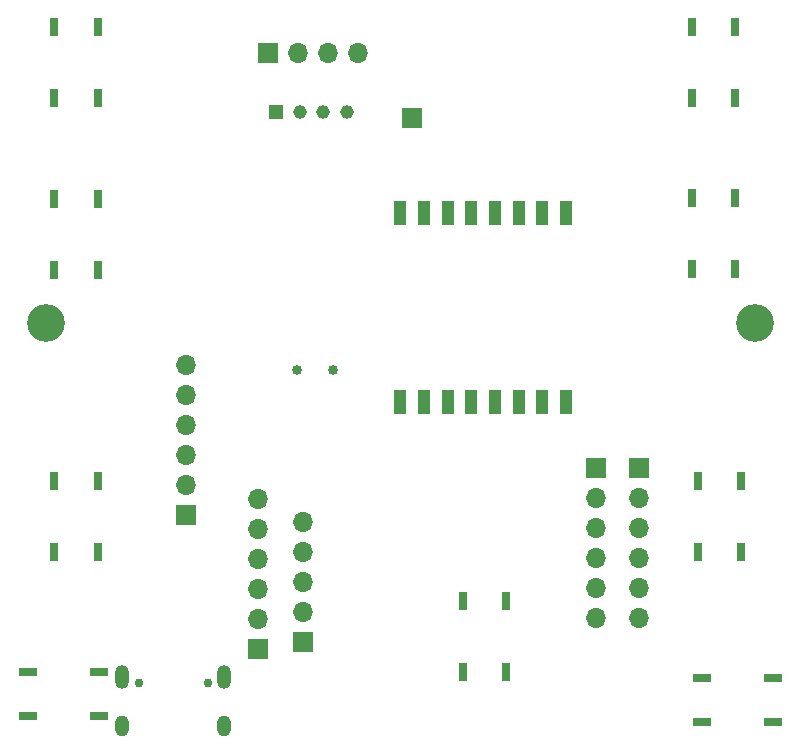
<source format=gbs>
G04 #@! TF.GenerationSoftware,KiCad,Pcbnew,(7.0.0)*
G04 #@! TF.CreationDate,2023-03-08T22:05:44+01:00*
G04 #@! TF.ProjectId,S3-27-epaper-touch,53332d32-372d-4657-9061-7065722d746f,rev?*
G04 #@! TF.SameCoordinates,Original*
G04 #@! TF.FileFunction,Soldermask,Bot*
G04 #@! TF.FilePolarity,Negative*
%FSLAX46Y46*%
G04 Gerber Fmt 4.6, Leading zero omitted, Abs format (unit mm)*
G04 Created by KiCad (PCBNEW (7.0.0)) date 2023-03-08 22:05:44*
%MOMM*%
%LPD*%
G01*
G04 APERTURE LIST*
%ADD10C,0.750000*%
%ADD11O,1.200000X2.000000*%
%ADD12O,1.200000X1.800000*%
%ADD13R,1.700000X1.700000*%
%ADD14O,1.700000X1.700000*%
%ADD15C,3.200000*%
%ADD16C,0.850000*%
%ADD17R,1.150000X1.150000*%
%ADD18C,1.150000*%
%ADD19R,0.800000X1.580000*%
%ADD20R,1.580000X0.800000*%
%ADD21R,1.000000X2.000000*%
G04 APERTURE END LIST*
D10*
X115375000Y-120534000D03*
X121175000Y-120534000D03*
D11*
X113949999Y-120033999D03*
D12*
X113949999Y-124233999D03*
D11*
X122599999Y-120033999D03*
D12*
X122599999Y-124233999D03*
D13*
X126263399Y-67182999D03*
D14*
X128803399Y-67182999D03*
X131343399Y-67182999D03*
X133883399Y-67182999D03*
D15*
X107450000Y-90100000D03*
D16*
X128770000Y-94096000D03*
X131770000Y-94096000D03*
D13*
X119349999Y-106299999D03*
D14*
X119349999Y-103759999D03*
X119349999Y-101219999D03*
X119349999Y-98679999D03*
X119349999Y-96139999D03*
X119349999Y-93599999D03*
D13*
X125424999Y-117724999D03*
D14*
X125424999Y-115184999D03*
X125424999Y-112644999D03*
X125424999Y-110104999D03*
X125424999Y-107564999D03*
X125424999Y-105024999D03*
D13*
X154049999Y-102349999D03*
D14*
X154049999Y-104889999D03*
X154049999Y-107429999D03*
X154049999Y-109969999D03*
X154049999Y-112509999D03*
X154049999Y-115049999D03*
D17*
X126971500Y-72199999D03*
D18*
X128971502Y-72200000D03*
X130971501Y-72200000D03*
X132971502Y-72200000D03*
D13*
X157699999Y-102349999D03*
D14*
X157699999Y-104889999D03*
X157699999Y-107429999D03*
X157699999Y-109969999D03*
X157699999Y-112509999D03*
X157699999Y-115049999D03*
D13*
X129249999Y-117119999D03*
D14*
X129249999Y-114579999D03*
X129249999Y-112039999D03*
X129249999Y-109499999D03*
X129249999Y-106959999D03*
D15*
X167500000Y-90100000D03*
D19*
X162149999Y-79499999D03*
X162149999Y-85499999D03*
X165849999Y-79499999D03*
X165849999Y-85499999D03*
X165849999Y-70999999D03*
X165849999Y-64999999D03*
X162149999Y-70999999D03*
X162149999Y-64999999D03*
X142774999Y-113649999D03*
X142774999Y-119649999D03*
X146474999Y-113649999D03*
X146474999Y-119649999D03*
X162649999Y-103499999D03*
X162649999Y-109499999D03*
X166349999Y-103499999D03*
X166349999Y-109499999D03*
D13*
X138499999Y-72749999D03*
D19*
X111849999Y-70999999D03*
X111849999Y-64999999D03*
X108149999Y-70999999D03*
X108149999Y-64999999D03*
X108149999Y-79599999D03*
X108149999Y-85599999D03*
X111849999Y-79599999D03*
X111849999Y-85599999D03*
X111849999Y-109499999D03*
X111849999Y-103499999D03*
X108149999Y-109499999D03*
X108149999Y-103499999D03*
D20*
X162999999Y-123849999D03*
X168999999Y-123849999D03*
X162999999Y-120149999D03*
X168999999Y-120149999D03*
D21*
X151499999Y-96749999D03*
X149499999Y-96749999D03*
X147499999Y-96749999D03*
X145499999Y-96749999D03*
X143499999Y-96749999D03*
X141499999Y-96749999D03*
X139499999Y-96749999D03*
X137499999Y-96749999D03*
X137499999Y-80749999D03*
X139499999Y-80749999D03*
X141499999Y-80749999D03*
X143499999Y-80749999D03*
X145499999Y-80749999D03*
X147499999Y-80749999D03*
X149499999Y-80749999D03*
X151499999Y-80749999D03*
D20*
X105999999Y-123349999D03*
X111999999Y-123349999D03*
X105999999Y-119649999D03*
X111999999Y-119649999D03*
M02*

</source>
